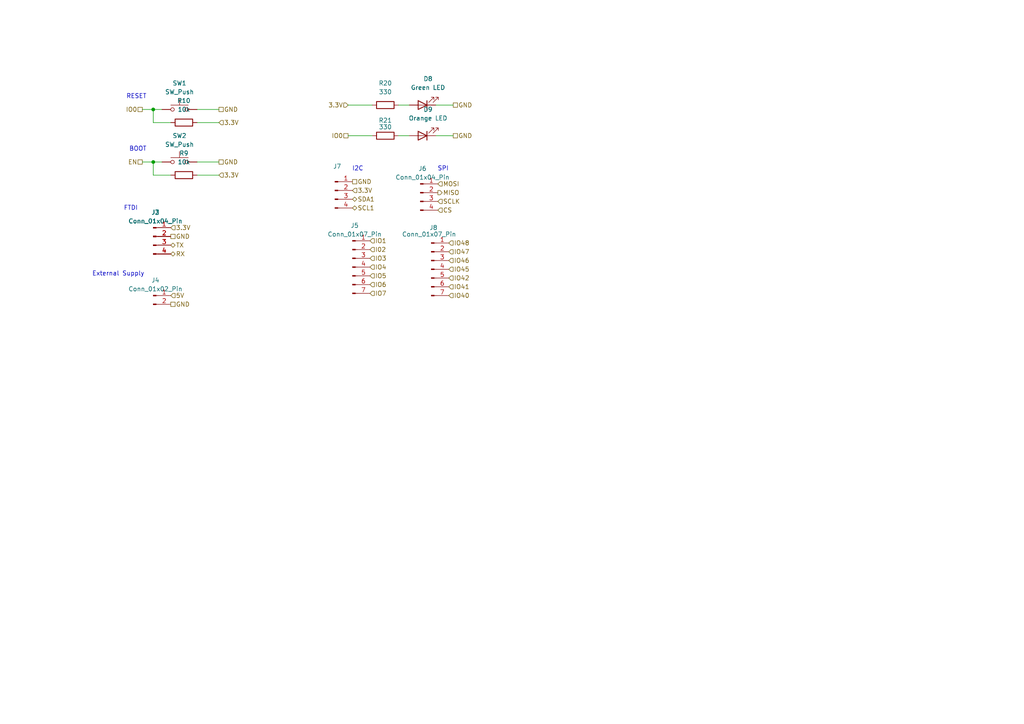
<source format=kicad_sch>
(kicad_sch (version 20250114) (generator "eeschema") (generator_version "9.0")
  (paper "A4")
  (lib_symbols
    (symbol "Connector:Conn_01x02_Pin" (pin_names (offset 1.016) (hide yes))
      (property "Reference" "J" (at 0 2.54 0))
      (property "Value" "Conn_01x02_Pin" (at 0 -5.08 0))
      (symbol "Conn_01x02_Pin_1_1"
        (rectangle (start 0.8636 0.127) (end 0 -0.127) (stroke (width 0.1524)) (fill (type outline)))
        (rectangle (start 0.8636 -2.413) (end 0 -2.667) (stroke (width 0.1524)) (fill (type outline)))
        (polyline (pts (xy 1.27 0) (xy 0.8636 0)) (stroke (width 0.1524)))
        (polyline (pts (xy 1.27 -2.54) (xy 0.8636 -2.54)) (stroke (width 0.1524)))
        (pin passive line (at 5.08 0 180) (length 3.81) (name "Pin_1") (number "1"))
        (pin passive line (at 5.08 -2.54 180) (length 3.81) (name "Pin_2") (number "2"))
      )
    )
    (symbol "Connector:Conn_01x04_Pin" (pin_names (offset 1.016) (hide yes))
      (property "Reference" "J" (at 0 5.08 0))
      (property "Value" "Conn_01x04_Pin" (at 0 -7.62 0))
      (symbol "Conn_01x04_Pin_1_1"
        (rectangle (start 0.8636 2.667) (end 0 2.413) (stroke (width 0.1524)) (fill (type outline)))
        (rectangle (start 0.8636 0.127) (end 0 -0.127) (stroke (width 0.1524)) (fill (type outline)))
        (rectangle (start 0.8636 -2.413) (end 0 -2.667) (stroke (width 0.1524)) (fill (type outline)))
        (rectangle (start 0.8636 -4.953) (end 0 -5.207) (stroke (width 0.1524)) (fill (type outline)))
        (polyline (pts (xy 1.27 2.54) (xy 0.8636 2.54)) (stroke (width 0.1524)))
        (polyline (pts (xy 1.27 0) (xy 0.8636 0)) (stroke (width 0.1524)))
        (polyline (pts (xy 1.27 -2.54) (xy 0.8636 -2.54)) (stroke (width 0.1524)))
        (polyline (pts (xy 1.27 -5.08) (xy 0.8636 -5.08)) (stroke (width 0.1524)))
        (pin passive line (at 5.08 2.54 180) (length 3.81) (name "Pin_1") (number "1"))
        (pin passive line (at 5.08 0 180) (length 3.81) (name "Pin_2") (number "2"))
        (pin passive line (at 5.08 -2.54 180) (length 3.81) (name "Pin_3") (number "3"))
        (pin passive line (at 5.08 -5.08 180) (length 3.81) (name "Pin_4") (number "4"))
      )
    )
    (symbol "Connector:Conn_01x07_Pin" (pin_names (offset 1.016) (hide yes))
      (property "Reference" "J" (at 0 10.16 0))
      (property "Value" "Conn_01x07_Pin" (at 0 -10.16 0))
      (symbol "Conn_01x07_Pin_1_1"
        (rectangle (start 0.8636 7.747) (end 0 7.493) (stroke (width 0.1524)) (fill (type outline)))
        (rectangle (start 0.8636 5.207) (end 0 4.953) (stroke (width 0.1524)) (fill (type outline)))
        (rectangle (start 0.8636 2.667) (end 0 2.413) (stroke (width 0.1524)) (fill (type outline)))
        (rectangle (start 0.8636 0.127) (end 0 -0.127) (stroke (width 0.1524)) (fill (type outline)))
        (rectangle (start 0.8636 -2.413) (end 0 -2.667) (stroke (width 0.1524)) (fill (type outline)))
        (rectangle (start 0.8636 -4.953) (end 0 -5.207) (stroke (width 0.1524)) (fill (type outline)))
        (rectangle (start 0.8636 -7.493) (end 0 -7.747) (stroke (width 0.1524)) (fill (type outline)))
        (polyline (pts (xy 1.27 7.62) (xy 0.8636 7.62)) (stroke (width 0.1524)))
        (polyline (pts (xy 1.27 5.08) (xy 0.8636 5.08)) (stroke (width 0.1524)))
        (polyline (pts (xy 1.27 2.54) (xy 0.8636 2.54)) (stroke (width 0.1524)))
        (polyline (pts (xy 1.27 0) (xy 0.8636 0)) (stroke (width 0.1524)))
        (polyline (pts (xy 1.27 -2.54) (xy 0.8636 -2.54)) (stroke (width 0.1524)))
        (polyline (pts (xy 1.27 -5.08) (xy 0.8636 -5.08)) (stroke (width 0.1524)))
        (polyline (pts (xy 1.27 -7.62) (xy 0.8636 -7.62)) (stroke (width 0.1524)))
        (pin passive line (at 5.08 7.62 180) (length 3.81) (name "Pin_1") (number "1"))
        (pin passive line (at 5.08 5.08 180) (length 3.81) (name "Pin_2") (number "2"))
        (pin passive line (at 5.08 2.54 180) (length 3.81) (name "Pin_3") (number "3"))
        (pin passive line (at 5.08 0 180) (length 3.81) (name "Pin_4") (number "4"))
        (pin passive line (at 5.08 -2.54 180) (length 3.81) (name "Pin_5") (number "5"))
        (pin passive line (at 5.08 -5.08 180) (length 3.81) (name "Pin_6") (number "6"))
        (pin passive line (at 5.08 -7.62 180) (length 3.81) (name "Pin_7") (number "7"))
      )
    )
    (symbol "Device:LED" (pin_numbers (hide yes)) (pin_names (offset 1.016) (hide yes))
      (property "Reference" "D" (at 0 2.54 0))
      (property "Value" "LED" (at 0 -2.54 0))
      (symbol "LED_0_1"
        (polyline (pts (xy -3.048 -0.762) (xy -4.572 -2.286) (xy -3.81 -2.286) (xy -4.572 -2.286) (xy -4.572 -1.524)))
        (polyline (pts (xy -1.778 -0.762) (xy -3.302 -2.286) (xy -2.54 -2.286) (xy -3.302 -2.286) (xy -3.302 -1.524)))
        (polyline (pts (xy -1.27 0) (xy 1.27 0)))
        (polyline (pts (xy -1.27 -1.27) (xy -1.27 1.27)) (stroke (width 0.254)))
        (polyline (pts (xy 1.27 -1.27) (xy 1.27 1.27) (xy -1.27 0) (xy 1.27 -1.27)) (stroke (width 0.254)))
      )
      (symbol "LED_1_1"
        (pin passive line (at -3.81 0 0) (length 2.54) (name "K") (number "1"))
        (pin passive line (at 3.81 0 180) (length 2.54) (name "A") (number "2"))
      )
    )
    (symbol "Device:R" (pin_numbers (hide yes)) (pin_names (offset 0))
      (property "Reference" "R" (at 2.032 0 90))
      (property "Value" "R" (at 0 0 90))
      (symbol "R_0_1"
        (rectangle (start -1.016 -2.54) (end 1.016 2.54) (stroke (width 0.254)))
      )
      (symbol "R_1_1"
        (pin passive line (at 0 3.81 270) (length 1.27) (name "~") (number "1"))
        (pin passive line (at 0 -3.81 90) (length 1.27) (name "~") (number "2"))
      )
    )
    (symbol "Switch:SW_Push" (pin_numbers (hide yes)) (pin_names (offset 1.016) (hide yes))
      (property "Reference" "SW" (at 1.27 2.54 0))
      (property "Value" "SW_Push" (at 0 -1.524 0))
      (symbol "SW_Push_0_1"
        (circle (center -2.032 0) (radius 0.508))
        (polyline (pts (xy 0 1.27) (xy 0 3.048)))
        (circle (center 2.032 0) (radius 0.508))
        (polyline (pts (xy 2.54 1.27) (xy -2.54 1.27)))
        (pin passive line (at -5.08 0 0) (length 2.54) (name "1") (number "1"))
        (pin passive line (at 5.08 0 180) (length 2.54) (name "2") (number "2"))
      )
    )
  )
  (text "External Supply\n" (at 41.91 78.74 0) (effects (font (size 1.27 1.27)) (justify right top)))
  (text "I2C\n" (at 105.41 48.26 0) (effects (font (size 1.27 1.27)) (justify right top)))
  (text "FTDI" (at 40.005 59.69 0) (effects (font (size 1.27 1.27)) (justify right top)))
  (text "BOOT" (at 42.545 42.545 0) (effects (font (size 1.27 1.27)) (justify right top)))
  (text "SPI" (at 130.175 48.26 0) (effects (font (size 1.27 1.27)) (justify right top)))
  (text "RESET" (at 42.545 27.305 0) (effects (font (size 1.27 1.27)) (justify right top)))
  (junction (at 44.45 31.75))
  (junction (at 44.45 46.99))
  (wire (pts (xy 41.275 46.99) (xy 44.45 46.99)))
  (wire (pts (xy 44.45 50.8) (xy 44.45 46.99)))
  (wire (pts (xy 100.965 39.37) (xy 107.95 39.37)))
  (wire (pts (xy 57.15 35.56) (xy 63.5 35.56)))
  (wire (pts (xy 57.15 50.8) (xy 63.5 50.8)))
  (wire (pts (xy 126.365 30.48) (xy 131.445 30.48)))
  (wire (pts (xy 57.15 31.75) (xy 63.5 31.75)))
  (wire (pts (xy 44.45 31.75) (xy 46.99 31.75)))
  (wire (pts (xy 44.45 35.56) (xy 44.45 31.75)))
  (wire (pts (xy 115.57 39.37) (xy 118.745 39.37)))
  (wire (pts (xy 41.275 31.75) (xy 44.45 31.75)))
  (wire (pts (xy 115.57 30.48) (xy 118.745 30.48)))
  (wire (pts (xy 49.53 35.56) (xy 44.45 35.56)))
  (wire (pts (xy 44.45 46.99) (xy 46.99 46.99)))
  (wire (pts (xy 49.53 50.8) (xy 44.45 50.8)))
  (wire (pts (xy 126.365 39.37) (xy 131.445 39.37)))
  (wire (pts (xy 57.15 46.99) (xy 63.5 46.99)))
  (wire (pts (xy 100.965 30.48) (xy 107.95 30.48)))
  (hierarchical_label "IO42" (shape input) (at 130.175 80.645 0))
  (hierarchical_label "MOSI" (shape input) (at 127 53.34 0))
  (hierarchical_label "IO4" (shape input) (at 107.315 77.47 0))
  (hierarchical_label "GND" (shape passive) (at 63.5 31.75 0))
  (hierarchical_label "IO48" (shape input) (at 130.175 70.485 0))
  (hierarchical_label "IO45" (shape input) (at 130.175 78.105 0))
  (hierarchical_label "IO1" (shape input) (at 107.315 69.85 0))
  (hierarchical_label "IO46" (shape input) (at 130.175 75.565 0))
  (hierarchical_label "GND" (shape passive) (at 131.445 30.48 0))
  (hierarchical_label "IO0" (shape passive) (at 100.965 39.37 180))
  (hierarchical_label "I02" (shape input) (at 107.315 72.39 0))
  (hierarchical_label "5V" (shape input) (at 49.53 85.725 0))
  (hierarchical_label "RX" (shape bidirectional) (at 49.53 73.66 0))
  (hierarchical_label "SCLK" (shape input) (at 127 58.42 0))
  (hierarchical_label "GND" (shape passive) (at 102.235 52.705 0))
  (hierarchical_label "SDA1" (shape bidirectional) (at 102.235 57.785 0))
  (hierarchical_label "3.3V" (shape input) (at 102.235 55.245 0))
  (hierarchical_label "TX" (shape bidirectional) (at 49.53 71.12 0))
  (hierarchical_label "GND" (shape passive) (at 63.5 46.99 0))
  (hierarchical_label "IO40" (shape input) (at 130.175 85.725 0))
  (hierarchical_label "SCL1" (shape bidirectional) (at 102.235 60.325 0))
  (hierarchical_label "MISO" (shape output) (at 127 55.88 0))
  (hierarchical_label "IO47" (shape input) (at 130.175 73.025 0))
  (hierarchical_label "IO41" (shape input) (at 130.175 83.185 0))
  (hierarchical_label "3.3V" (shape input) (at 63.5 35.56 0))
  (hierarchical_label "IO7" (shape input) (at 107.315 85.09 0))
  (hierarchical_label "GND" (shape passive) (at 49.53 88.265 0))
  (hierarchical_label "IO3" (shape input) (at 107.315 74.93 0))
  (hierarchical_label "IO6" (shape input) (at 107.315 82.55 0))
  (hierarchical_label "3.3V" (shape input) (at 49.53 66.04 0))
  (hierarchical_label "IO0" (shape passive) (at 41.275 31.75 180))
  (hierarchical_label "GND" (shape passive) (at 131.445 39.37 0))
  (hierarchical_label "CS" (shape input) (at 127 60.96 0))
  (hierarchical_label "IO5" (shape input) (at 107.315 80.01 0))
  (hierarchical_label "3.3V" (shape input) (at 63.5 50.8 0))
  (hierarchical_label "3.3V" (shape input) (at 100.965 30.48 180))
  (hierarchical_label "GND" (shape passive) (at 49.53 68.58 0))
  (hierarchical_label "EN" (shape passive) (at 41.275 46.99 180))
  (symbol (lib_id "Device:R") (at 111.76 39.37 90) (unit 1)
    (property "Reference" "R21" (at 111.76 34.925 90))
    (property "Value" "330" (at 111.76 36.83 90))
    (property "Description" "Resistor" (effects (hide yes)))
  )
  (symbol (lib_id "Device:R") (at 111.76 30.48 90) (unit 1)
    (property "Reference" "R20" (at 111.76 24.13 90))
    (property "Value" "330" (at 111.76 26.67 90))
    (property "Description" "Resistor" (effects (hide yes)))
  )
  (symbol (lib_id "Connector:Conn_01x04_Pin") (at 97.155 55.245 0) (unit 1)
    (property "Reference" "J7" (at 97.79 48.26 0))
    (property "Value" "Conn_01x04_Pin" (effects (hide yes)))
    (property "Description" "Generic connector, single row, 01x04, script generated" (effects (hide yes)))
  )
  (symbol (lib_id "Switch:SW_Push") (at 52.07 46.99 0) (unit 1)
    (property "Reference" "SW2" (at 52.07 39.37 0))
    (property "Value" "SW_Push" (at 52.07 41.91 0))
    (property "Description" "Push button switch, generic, two pins" (effects (hide yes)))
  )
  (symbol (lib_id "Connector:Conn_01x02_Pin") (at 44.45 85.725 0) (unit 1)
    (property "Reference" "J4" (at 45.085 81.28 0))
    (property "Value" "Conn_01x02_Pin" (at 45.085 83.82 0))
    (property "Description" "Generic connector, single row, 01x02, script generated" (effects (hide yes)))
  )
  (symbol (lib_id "Connector:Conn_01x04_Pin") (at 44.45 68.58 0) (unit 1)
    (property "Reference" "J3" (at 45.085 61.595 0))
    (property "Value" "Conn_01x04_Pin" (at 45.085 64.135 0))
    (property "Description" "Generic connector, single row, 01x04, script generated" (effects (hide yes)))
  )
  (symbol (lib_id "Device:LED") (at 122.555 39.37 180) (unit 1)
    (property "Reference" "D9" (at 124.1425 31.75 0))
    (property "Value" "Orange LED" (at 124.1425 34.29 0))
    (property "Description" "Light emitting diode" (effects (hide yes)))
    (property "Sim.Pins" "1=K 2=A" (effects (hide yes)))
  )
  (symbol (lib_id "Switch:SW_Push") (at 52.07 31.75 0) (unit 1)
    (property "Reference" "SW1" (at 52.07 24.13 0))
    (property "Value" "SW_Push" (at 52.07 26.67 0))
    (property "Description" "Push button switch, generic, two pins" (effects (hide yes)))
  )
  (symbol (lib_id "Connector:Conn_01x04_Pin") (at 121.92 55.88 0) (unit 1)
    (property "Reference" "J6" (at 122.555 48.895 0))
    (property "Value" "Conn_01x04_Pin" (at 122.555 51.435 0))
    (property "Description" "Generic connector, single row, 01x04, script generated" (effects (hide yes)))
  )
  (symbol (lib_id "Connector:Conn_01x07_Pin") (at 102.235 77.47 0) (unit 1)
    (property "Reference" "J5" (at 102.87 65.405 0))
    (property "Value" "Conn_01x07_Pin" (at 102.87 67.945 0))
    (property "Description" "Generic connector, single row, 01x07, script generated" (effects (hide yes)))
  )
  (symbol (lib_id "Device:R") (at 53.34 35.56 90) (unit 1)
    (property "Reference" "R10" (at 53.34 29.21 90))
    (property "Value" "10k" (at 53.34 31.75 90))
    (property "Description" "Resistor" (effects (hide yes)))
  )
  (symbol (lib_id "Connector:Conn_01x07_Pin") (at 125.095 78.105 0) (unit 1)
    (property "Reference" "J8" (at 125.73 66.04 0))
    (property "Value" "Conn_01x07_Pin" (at 124.46 67.945 0))
    (property "Description" "Generic connector, single row, 01x07, script generated" (effects (hide yes)))
  )
  (symbol (lib_id "Connector:Conn_01x04_Pin") (at 44.45 68.58 0) (unit 1)
    (property "Reference" "J2" (at 45.085 61.595 0))
    (property "Value" "Conn_01x04_Pin" (at 45.085 64.135 0))
    (property "Description" "Generic connector, single row, 01x04, script generated" (effects (hide yes)))
  )
  (symbol (lib_id "Device:LED") (at 122.555 30.48 180) (unit 1)
    (property "Reference" "D8" (at 124.1425 22.86 0))
    (property "Value" "Green LED" (at 124.1425 25.4 0))
    (property "Description" "Light emitting diode" (effects (hide yes)))
    (property "Sim.Pins" "1=K 2=A" (effects (hide yes)))
  )
  (symbol (lib_id "Device:R") (at 53.34 50.8 90) (unit 1)
    (property "Reference" "R9" (at 53.34 44.45 90))
    (property "Value" "10k" (at 53.34 46.99 90))
    (property "Description" "Resistor" (effects (hide yes)))
  )
)
</source>
